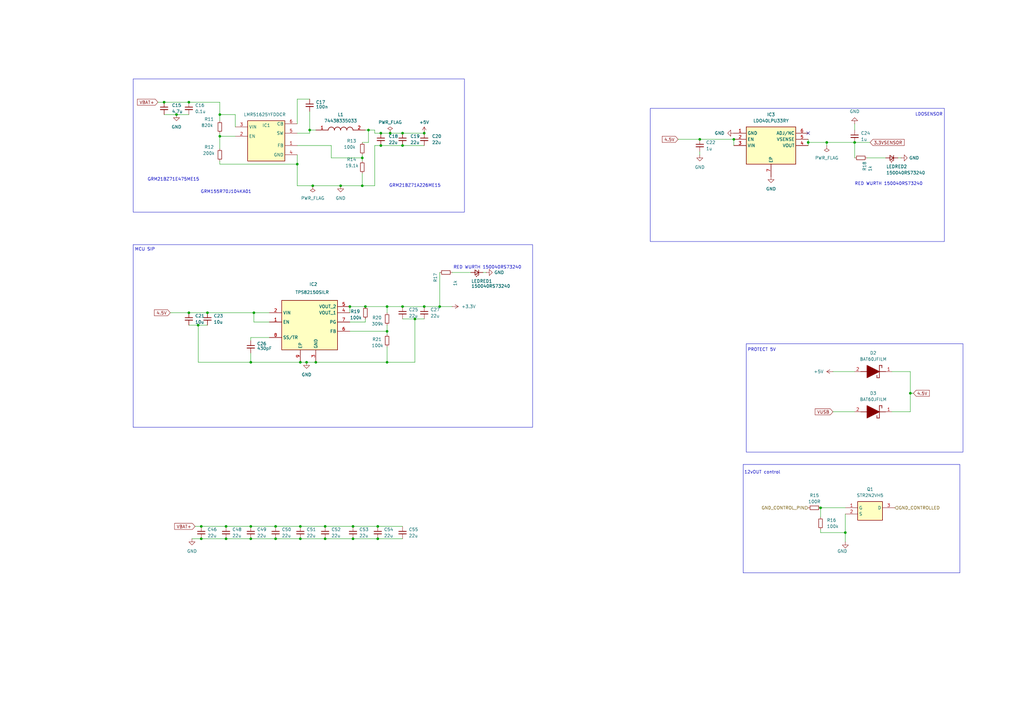
<source format=kicad_sch>
(kicad_sch (version 20250114) (generator "eeschema") (generator_version "9.0")
  (paper "A3")
  (lib_symbols
    (symbol "Device:C_Small" (pin_numbers (hide yes)) (pin_names (offset 0.254) (hide yes))
      (property "Reference" "C" (at 0.254 1.778 0))
      (property "Value" "C_Small" (at 0.254 -2.032 0))
      (symbol "C_Small_0_1"
        (polyline (pts (xy -1.524 0.508) (xy 1.524 0.508)) (stroke (width 0.3048)))
        (polyline (pts (xy -1.524 -0.508) (xy 1.524 -0.508)) (stroke (width 0.3302)))
      )
      (symbol "C_Small_1_1"
        (pin passive line (at 0 2.54 270) (length 2.032) (name "~") (number "1"))
        (pin passive line (at 0 -2.54 90) (length 2.032) (name "~") (number "2"))
      )
    )
    (symbol "Device:R_Small" (pin_numbers (hide yes)) (pin_names (offset 0.254) (hide yes))
      (property "Reference" "R" (at 0.762 0.508 0))
      (property "Value" "R_Small" (at 0.762 -1.016 0))
      (symbol "R_Small_0_1"
        (rectangle (start -0.762 1.778) (end 0.762 -1.778) (stroke (width 0.2032)))
      )
      (symbol "R_Small_1_1"
        (pin passive line (at 0 2.54 270) (length 0.762) (name "~") (number "1"))
        (pin passive line (at 0 -2.54 90) (length 0.762) (name "~") (number "2"))
      )
    )
    (symbol "LED_Small_2" (pin_numbers (hide yes)) (pin_names (offset 0.254) (hide yes))
      (property "Reference" "D" (at -1.27 3.175 0))
      (property "Value" "LED_Small" (at -4.445 -2.54 0))
      (symbol "LED_Small_2_0_1"
        (polyline (pts (xy -0.762 -1.016) (xy -0.762 1.016)) (stroke (width 0.254)))
        (polyline (pts (xy 0 0.762) (xy -0.508 1.27) (xy -0.254 1.27) (xy -0.508 1.27) (xy -0.508 1.016)))
        (polyline (pts (xy 0.508 1.27) (xy 0 1.778) (xy 0.254 1.778) (xy 0 1.778) (xy 0 1.524)))
        (polyline (pts (xy 0.762 -1.016) (xy -0.762 0) (xy 0.762 1.016) (xy 0.762 -1.016)) (stroke (width 0.254)))
        (polyline (pts (xy 1.016 0) (xy -0.762 0)))
      )
      (symbol "LED_Small_2_1_1"
        (pin passive line (at -2.54 0 0) (length 1.778) (name "K") (number "1"))
        (pin passive line (at 2.54 0 180) (length 1.778) (name "A") (number "2"))
      )
    )
    (symbol "LED_Small_3" (pin_numbers (hide yes)) (pin_names (offset 0.254) (hide yes))
      (property "Reference" "D" (at -1.27 3.175 0))
      (property "Value" "LED_Small" (at -4.445 -2.54 0))
      (symbol "LED_Small_3_0_1"
        (polyline (pts (xy -0.762 -1.016) (xy -0.762 1.016)) (stroke (width 0.254)))
        (polyline (pts (xy 0 0.762) (xy -0.508 1.27) (xy -0.254 1.27) (xy -0.508 1.27) (xy -0.508 1.016)))
        (polyline (pts (xy 0.508 1.27) (xy 0 1.778) (xy 0.254 1.778) (xy 0 1.778) (xy 0 1.524)))
        (polyline (pts (xy 0.762 -1.016) (xy -0.762 0) (xy 0.762 1.016) (xy 0.762 -1.016)) (stroke (width 0.254)))
        (polyline (pts (xy 1.016 0) (xy -0.762 0)))
      )
      (symbol "LED_Small_3_1_1"
        (pin passive line (at -2.54 0 0) (length 1.778) (name "K") (number "1"))
        (pin passive line (at 2.54 0 180) (length 1.778) (name "A") (number "2"))
      )
    )
    (symbol "ldo40puryy:LDO40LPU33RY"
      (property "Reference" "IC" (at 26.67 7.62 0))
      (property "Value" "LDO40LPU33RY" (at 26.67 5.08 0))
      (symbol "LDO40LPU33RY_1_1"
        (rectangle (start 5.08 2.54) (end 25.4 -12.7) (stroke (width 0.254)) (fill (type background)))
        (pin passive line (at 0 0 0) (length 5.08) (name "GND") (number "1"))
        (pin passive line (at 0 -2.54 0) (length 5.08) (name "EN") (number "2"))
        (pin passive line (at 0 -5.08 0) (length 5.08) (name "VIN") (number "3"))
        (pin passive line (at 15.24 -17.78 90) (length 5.08) (name "EP") (number "7"))
        (pin passive line (at 30.48 0 180) (length 5.08) (name "ADJ/NC") (number "6"))
        (pin passive line (at 30.48 -2.54 180) (length 5.08) (name "VSENSE") (number "5"))
        (pin passive line (at 30.48 -5.08 180) (length 5.08) (name "VOUT") (number "4"))
      )
    )
    (symbol "power:+3.3V" (power) (pin_numbers (hide yes)) (pin_names (offset 0) (hide yes))
      (property "Value" "+3.3V" (at 0 3.556 0))
      (symbol "+3.3V_0_1"
        (polyline (pts (xy -0.762 1.27) (xy 0 2.54)))
        (polyline (pts (xy 0 2.54) (xy 0.762 1.27)))
        (polyline (pts (xy 0 0) (xy 0 2.54)))
      )
      (symbol "+3.3V_1_1"
        (pin power_in line (at 0 0 90) (length 0) (name "~") (number "1"))
      )
    )
    (symbol "power:+5V" (power) (pin_numbers (hide yes)) (pin_names (offset 0) (hide yes))
      (property "Value" "+5V" (at 0 3.556 0))
      (symbol "+5V_0_1"
        (polyline (pts (xy -0.762 1.27) (xy 0 2.54)))
        (polyline (pts (xy 0 2.54) (xy 0.762 1.27)))
        (polyline (pts (xy 0 0) (xy 0 2.54)))
      )
      (symbol "+5V_1_1"
        (pin power_in line (at 0 0 90) (length 0) (name "~") (number "1"))
      )
    )
    (symbol "power:GND" (power) (pin_numbers (hide yes)) (pin_names (offset 0) (hide yes))
      (property "Value" "GND" (at 0 -3.81 0))
      (symbol "GND_0_1"
        (polyline (pts (xy 0 0) (xy 0 -1.27) (xy 1.27 -1.27) (xy 0 -2.54) (xy -1.27 -1.27) (xy 0 -1.27)))
      )
      (symbol "GND_1_1"
        (pin power_in line (at 0 0 270) (length 0) (name "~") (number "1"))
      )
    )
    (symbol "power:PWR_FLAG" (power) (pin_numbers (hide yes)) (pin_names (offset 0) (hide yes))
      (property "Value" "PWR_FLAG" (at 0 3.81 0))
      (symbol "PWR_FLAG_0_0"
        (pin power_out line (at 0 0 90) (length 0) (name "~") (number "1"))
      )
      (symbol "PWR_FLAG_0_1"
        (polyline (pts (xy 0 0) (xy 0 1.27) (xy -1.016 1.905) (xy 0 2.54) (xy 1.016 1.905) (xy 0 1.27)))
      )
    )
    (symbol "samacsys:74438335033" (pin_names (hide yes))
      (property "Reference" "L" (at 16.51 6.35 0))
      (property "Value" "74438335033" (at 16.51 3.81 0))
      (symbol "74438335033_1_1"
        (arc (start 5.08 0) (mid 6.35 1.219) (end 7.62 0) (stroke (width 0.254)))
        (arc (start 7.62 0) (mid 8.89 1.219) (end 10.16 0) (stroke (width 0.254)))
        (arc (start 10.16 0) (mid 11.43 1.219) (end 12.7 0) (stroke (width 0.254)))
        (arc (start 12.7 0) (mid 13.97 1.219) (end 15.24 0) (stroke (width 0.254)))
        (pin passive line (at 0 0 0) (length 5.08) (name "1") (number "1"))
        (pin passive line (at 20.32 0 180) (length 5.08) (name "2") (number "2"))
      )
    )
    (symbol "samacsys:BAT60JFILM" (pin_names (hide yes))
      (property "Reference" "D" (at 12.7 8.89 0))
      (property "Value" "BAT60JFILM" (at 12.7 6.35 0))
      (symbol "BAT60JFILM_1_1"
        (polyline (pts (xy 5.08 0) (xy 7.62 0)) (stroke (width 0.254)))
        (polyline (pts (xy 6.604 -1.524) (xy 6.604 -2.54)) (stroke (width 0.254)))
        (polyline (pts (xy 7.62 2.54) (xy 7.62 -2.54)) (stroke (width 0.254)))
        (polyline (pts (xy 7.62 2.54) (xy 8.636 2.54)) (stroke (width 0.254)))
        (polyline (pts (xy 7.62 0) (xy 12.7 2.54) (xy 12.7 -2.54) (xy 7.62 0)) (stroke (width 0.254)) (fill (type outline)))
        (polyline (pts (xy 7.62 -2.54) (xy 6.604 -2.54)) (stroke (width 0.254)))
        (polyline (pts (xy 8.636 1.524) (xy 8.636 2.54)) (stroke (width 0.254)))
        (polyline (pts (xy 12.7 0) (xy 15.24 0)) (stroke (width 0.254)))
        (pin passive line (at 2.54 0 0) (length 2.54) (name "K") (number "1"))
        (pin passive line (at 17.78 0 180) (length 2.54) (name "A") (number "2"))
      )
    )
    (symbol "samacsys:LMR51625YFDDCR"
      (property "Reference" "IC" (at 11.43 15.24 0))
      (property "Value" "LMR51625YFDDCR" (at 5.08 12.7 0))
      (symbol "LMR51625YFDDCR_1_1"
        (rectangle (start 5.08 8.89) (end 20.32 -7.62) (stroke (width 0.254)) (fill (type background)))
        (pin passive line (at 0 6.35 0) (length 5.08) (name "VIN") (number "3"))
        (pin passive line (at 0 2.54 0) (length 5.08) (name "EN") (number "2"))
        (pin passive line (at 25.4 7.62 180) (length 5.08) (name "CB") (number "6"))
        (pin passive line (at 25.4 3.81 180) (length 5.08) (name "SW") (number "5"))
        (pin passive line (at 25.4 -1.27 180) (length 5.08) (name "FB") (number "1"))
        (pin passive line (at 25.4 -5.08 180) (length 5.08) (name "GND") (number "4"))
      )
    )
    (symbol "samacsys:STR2N2VH5"
      (property "Reference" "Q" (at 16.51 7.62 0))
      (property "Value" "STR2N2VH5" (at 16.51 5.08 0))
      (symbol "STR2N2VH5_1_1"
        (rectangle (start 5.08 2.54) (end 15.24 -5.08) (stroke (width 0.254)) (fill (type background)))
        (pin passive line (at 0 0 0) (length 5.08) (name "G") (number "1"))
        (pin passive line (at 0 -2.54 0) (length 5.08) (name "S") (number "2"))
        (pin passive line (at 20.32 0 180) (length 5.08) (name "D") (number "3"))
      )
    )
    (symbol "samacsys:TPS82150SILR"
      (property "Reference" "IC" (at 29.21 7.62 0))
      (property "Value" "TPS82150SILR" (at 29.21 5.08 0))
      (symbol "TPS82150SILR_1_1"
        (rectangle (start 3.81 5.08) (end 26.67 -15.24) (stroke (width 0.254)) (fill (type background)))
        (pin passive line (at -1.27 0 0) (length 5.08) (name "VIN") (number "2"))
        (pin passive line (at -1.27 -3.81 0) (length 5.08) (name "EN") (number "1"))
        (pin passive line (at -1.27 -10.16 0) (length 5.08) (name "SS/TR") (number "8"))
        (pin passive line (at 11.43 -20.32 90) (length 5.08) (name "EP") (number "9"))
        (pin passive line (at 17.78 -20.32 90) (length 5.08) (name "GND") (number "3"))
        (pin passive line (at 31.75 2.54 180) (length 5.08) (name "VOUT_2") (number "5"))
        (pin passive line (at 31.75 0 180) (length 5.08) (name "VOUT_1") (number "4"))
        (pin passive line (at 31.75 -3.81 180) (length 5.08) (name "PG") (number "7"))
        (pin passive line (at 31.75 -7.62 180) (length 5.08) (name "FB") (number "6"))
      )
    )
  )
  (rectangle (start 54.61 32.385) (end 190.5 86.995))
  (rectangle (start 306.07 140.97) (end 394.97 185.42))
  (rectangle (start 304.8 190.5) (end 393.7 234.95))
  (rectangle (start 54.61 100.33) (end 218.44 175.26))
  (rectangle (start 266.7 44.45) (end 387.35 99.06))
  (text "GRM21BZ71E475ME15\n" (at 71.12 73.66 0) (effects (font (size 1.27 1.27))))
  (text "GRM21BZ71A226ME15" (at 170.18 76.2 0) (effects (font (size 1.27 1.27))))
  (text "RED WURTH 150040RS73240" (at 199.898 109.728 0) (effects (font (size 1.27 1.27))))
  (text "LDOSENSOR" (at 381 46.99 0) (effects (font (size 1.27 1.27))))
  (text "RED WURTH 150040RS73240" (at 364.49 75.438 0) (effects (font (size 1.27 1.27))))
  (text "MCU SIP\n" (at 59.436 102.362 0) (effects (font (size 1.27 1.27))))
  (text "PROTECT 5V" (at 312.42 143.51 0) (effects (font (size 1.27 1.27))))
  (text "GRM155R70J104KA01\n" (at 92.71 78.74 0) (effects (font (size 1.27 1.27))))
  (text "12vOUT control" (at 312.674 193.04 0) (effects (font (size 1.27 1.27)) (justify top)))
  (junction (at 158.75 125.73))
  (junction (at 287.02 57.15))
  (junction (at 104.14 128.27))
  (junction (at 77.47 128.27))
  (junction (at 85.09 128.27))
  (junction (at 173.99 54.61))
  (junction (at 90.17 55.88))
  (junction (at 331.47 58.42))
  (junction (at 92.71 220.98))
  (junction (at 300.99 57.15))
  (junction (at 102.87 148.59))
  (junction (at 180.34 125.73))
  (junction (at 148.59 76.2))
  (junction (at 121.92 67.31))
  (junction (at 139.7 76.2))
  (junction (at 170.18 130.81))
  (junction (at 158.75 135.89))
  (junction (at 151.13 53.34))
  (junction (at 154.94 220.98))
  (junction (at 123.19 148.59))
  (junction (at 336.55 208.28))
  (junction (at 165.1 59.69))
  (junction (at 67.31 41.91))
  (junction (at 129.54 148.59))
  (junction (at 158.75 148.59))
  (junction (at 154.94 215.9))
  (junction (at 125.73 148.59))
  (junction (at 90.17 46.99))
  (junction (at 143.51 125.73))
  (junction (at 102.87 220.98))
  (junction (at 148.59 64.77))
  (junction (at 350.52 58.42))
  (junction (at 165.1 125.73))
  (junction (at 123.19 215.9))
  (junction (at 144.78 215.9))
  (junction (at 102.87 215.9))
  (junction (at 156.21 54.61))
  (junction (at 373.38 161.29))
  (junction (at 156.21 59.69))
  (junction (at 346.71 218.44))
  (junction (at 133.35 215.9))
  (junction (at 160.02 54.61))
  (junction (at 82.55 220.98))
  (junction (at 92.71 215.9))
  (junction (at 82.55 215.9))
  (junction (at 123.19 220.98))
  (junction (at 128.27 76.2))
  (junction (at 72.39 46.99))
  (junction (at 144.78 220.98))
  (junction (at 113.03 215.9))
  (junction (at 149.86 125.73))
  (junction (at 81.28 133.35))
  (junction (at 113.03 220.98))
  (junction (at 133.35 220.98))
  (junction (at 339.09 58.42))
  (junction (at 165.1 54.61))
  (junction (at 77.47 41.91))
  (junction (at 127 53.34))
  (junction (at 173.99 125.73))
  (no_connect (at 331.47 54.61))
  (wire (pts (xy 144.78 220.98) (xy 154.94 220.98)))
  (wire (pts (xy 341.63 168.91) (xy 350.52 168.91)))
  (wire (pts (xy 287.02 57.15) (xy 300.99 57.15)))
  (wire (pts (xy 90.17 55.88) (xy 96.52 55.88)))
  (wire (pts (xy 128.27 76.2) (xy 121.92 76.2)))
  (wire (pts (xy 96.52 46.99) (xy 96.52 52.07)))
  (wire (pts (xy 67.31 46.99) (xy 72.39 46.99)))
  (wire (pts (xy 149.86 125.73) (xy 158.75 125.73)))
  (wire (pts (xy 148.59 76.2) (xy 153.67 76.2)))
  (wire (pts (xy 373.38 168.91) (xy 373.38 161.29)))
  (wire (pts (xy 151.13 58.42) (xy 151.13 53.34)))
  (wire (pts (xy 158.75 148.59) (xy 158.75 142.24)))
  (wire (pts (xy 355.6 64.77) (xy 363.22 64.77)))
  (wire (pts (xy 158.75 135.89) (xy 158.75 137.16)))
  (wire (pts (xy 170.18 130.81) (xy 165.1 130.81)))
  (wire (pts (xy 90.17 67.31) (xy 90.17 66.04)))
  (wire (pts (xy 368.3 64.77) (xy 369.57 64.77)))
  (wire (pts (xy 151.13 53.34) (xy 153.67 53.34)))
  (wire (pts (xy 110.49 132.08) (xy 104.14 132.08)))
  (wire (pts (xy 148.59 64.77) (xy 148.59 66.04)))
  (wire (pts (xy 331.47 58.42) (xy 331.47 59.69)))
  (wire (pts (xy 346.71 208.28) (xy 336.55 208.28)))
  (wire (pts (xy 82.55 215.9) (xy 92.71 215.9)))
  (wire (pts (xy 365.76 168.91) (xy 373.38 168.91)))
  (wire (pts (xy 77.47 133.35) (xy 81.28 133.35)))
  (wire (pts (xy 173.99 59.69) (xy 165.1 59.69)))
  (wire (pts (xy 81.28 148.59) (xy 102.87 148.59)))
  (wire (pts (xy 90.17 67.31) (xy 121.92 67.31)))
  (wire (pts (xy 153.67 53.34) (xy 153.67 54.61)))
  (wire (pts (xy 346.71 210.82) (xy 346.71 218.44)))
  (wire (pts (xy 77.47 41.91) (xy 90.17 41.91)))
  (wire (pts (xy 350.52 58.42) (xy 350.52 64.77)))
  (wire (pts (xy 336.55 208.28) (xy 336.55 212.09)))
  (wire (pts (xy 139.7 76.2) (xy 148.59 76.2)))
  (wire (pts (xy 69.85 128.27) (xy 77.47 128.27)))
  (wire (pts (xy 121.92 63.5) (xy 121.92 67.31)))
  (wire (pts (xy 135.89 64.77) (xy 148.59 64.77)))
  (wire (pts (xy 90.17 46.99) (xy 96.52 46.99)))
  (wire (pts (xy 92.71 215.9) (xy 102.87 215.9)))
  (wire (pts (xy 154.94 220.98) (xy 165.1 220.98)))
  (wire (pts (xy 149.86 132.08) (xy 149.86 130.81)))
  (wire (pts (xy 158.75 125.73) (xy 165.1 125.73)))
  (wire (pts (xy 104.14 128.27) (xy 110.49 128.27)))
  (wire (pts (xy 341.63 152.4) (xy 350.52 152.4)))
  (wire (pts (xy 123.19 220.98) (xy 133.35 220.98)))
  (wire (pts (xy 180.34 125.73) (xy 185.42 125.73)))
  (wire (pts (xy 165.1 125.73) (xy 173.99 125.73)))
  (wire (pts (xy 81.28 133.35) (xy 85.09 133.35)))
  (wire (pts (xy 90.17 41.91) (xy 90.17 46.99)))
  (wire (pts (xy 374.65 161.29) (xy 373.38 161.29)))
  (wire (pts (xy 158.75 135.89) (xy 158.75 133.35)))
  (wire (pts (xy 127 53.34) (xy 129.54 53.34)))
  (wire (pts (xy 90.17 55.88) (xy 90.17 60.96)))
  (wire (pts (xy 336.55 218.44) (xy 336.55 217.17)))
  (wire (pts (xy 123.19 215.9) (xy 133.35 215.9)))
  (wire (pts (xy 125.73 148.59) (xy 129.54 148.59)))
  (wire (pts (xy 129.54 148.59) (xy 158.75 148.59)))
  (wire (pts (xy 123.19 148.59) (xy 125.73 148.59)))
  (wire (pts (xy 148.59 58.42) (xy 151.13 58.42)))
  (wire (pts (xy 85.09 128.27) (xy 104.14 128.27)))
  (wire (pts (xy 350.52 58.42) (xy 356.87 58.42)))
  (wire (pts (xy 173.99 125.73) (xy 180.34 125.73)))
  (wire (pts (xy 154.94 215.9) (xy 165.1 215.9)))
  (wire (pts (xy 102.87 220.98) (xy 113.03 220.98)))
  (wire (pts (xy 350.52 53.34) (xy 350.52 50.8)))
  (wire (pts (xy 153.67 54.61) (xy 156.21 54.61)))
  (wire (pts (xy 77.47 128.27) (xy 85.09 128.27)))
  (wire (pts (xy 102.87 144.78) (xy 102.87 148.59)))
  (wire (pts (xy 165.1 54.61) (xy 173.99 54.61)))
  (wire (pts (xy 185.42 111.76) (xy 193.04 111.76)))
  (wire (pts (xy 102.87 138.43) (xy 110.49 138.43)))
  (wire (pts (xy 149.86 53.34) (xy 151.13 53.34)))
  (wire (pts (xy 331.47 58.42) (xy 339.09 58.42)))
  (wire (pts (xy 80.01 215.9) (xy 82.55 215.9)))
  (wire (pts (xy 300.99 57.15) (xy 300.99 59.69)))
  (wire (pts (xy 173.99 130.81) (xy 170.18 130.81)))
  (wire (pts (xy 121.92 59.69) (xy 135.89 59.69)))
  (wire (pts (xy 143.51 132.08) (xy 149.86 132.08)))
  (wire (pts (xy 143.51 125.73) (xy 143.51 128.27)))
  (wire (pts (xy 156.21 59.69) (xy 153.67 59.69)))
  (wire (pts (xy 72.39 46.99) (xy 77.47 46.99)))
  (wire (pts (xy 113.03 215.9) (xy 123.19 215.9)))
  (wire (pts (xy 102.87 215.9) (xy 113.03 215.9)))
  (wire (pts (xy 346.71 222.25) (xy 346.71 218.44)))
  (wire (pts (xy 144.78 215.9) (xy 154.94 215.9)))
  (wire (pts (xy 170.18 148.59) (xy 158.75 148.59)))
  (wire (pts (xy 365.76 152.4) (xy 373.38 152.4)))
  (wire (pts (xy 127 45.72) (xy 127 53.34)))
  (wire (pts (xy 64.77 41.91) (xy 67.31 41.91)))
  (wire (pts (xy 143.51 125.73) (xy 149.86 125.73)))
  (wire (pts (xy 148.59 71.12) (xy 148.59 76.2)))
  (wire (pts (xy 82.55 220.98) (xy 92.71 220.98)))
  (wire (pts (xy 160.02 54.61) (xy 165.1 54.61)))
  (wire (pts (xy 78.74 220.98) (xy 82.55 220.98)))
  (wire (pts (xy 104.14 132.08) (xy 104.14 128.27)))
  (wire (pts (xy 113.03 220.98) (xy 123.19 220.98)))
  (wire (pts (xy 346.71 218.44) (xy 336.55 218.44)))
  (wire (pts (xy 90.17 54.61) (xy 90.17 55.88)))
  (wire (pts (xy 158.75 125.73) (xy 158.75 128.27)))
  (wire (pts (xy 127 54.61) (xy 127 53.34)))
  (wire (pts (xy 278.13 57.15) (xy 287.02 57.15)))
  (wire (pts (xy 121.92 40.64) (xy 121.92 50.8)))
  (wire (pts (xy 67.31 41.91) (xy 77.47 41.91)))
  (wire (pts (xy 148.59 63.5) (xy 148.59 64.77)))
  (wire (pts (xy 339.09 58.42) (xy 339.09 59.69)))
  (wire (pts (xy 373.38 152.4) (xy 373.38 161.29)))
  (wire (pts (xy 156.21 54.61) (xy 160.02 54.61)))
  (wire (pts (xy 102.87 139.7) (xy 102.87 138.43)))
  (wire (pts (xy 287.02 62.23) (xy 287.02 63.5)))
  (wire (pts (xy 81.28 148.59) (xy 81.28 133.35)))
  (wire (pts (xy 180.34 111.76) (xy 180.34 125.73)))
  (wire (pts (xy 139.7 76.2) (xy 128.27 76.2)))
  (wire (pts (xy 121.92 67.31) (xy 121.92 76.2)))
  (wire (pts (xy 133.35 215.9) (xy 144.78 215.9)))
  (wire (pts (xy 143.51 135.89) (xy 158.75 135.89)))
  (wire (pts (xy 102.87 148.59) (xy 123.19 148.59)))
  (wire (pts (xy 92.71 220.98) (xy 102.87 220.98)))
  (wire (pts (xy 133.35 220.98) (xy 144.78 220.98)))
  (wire (pts (xy 331.47 57.15) (xy 331.47 58.42)))
  (wire (pts (xy 121.92 54.61) (xy 127 54.61)))
  (wire (pts (xy 90.17 46.99) (xy 90.17 49.53)))
  (wire (pts (xy 153.67 59.69) (xy 153.67 76.2)))
  (wire (pts (xy 121.92 40.64) (xy 127 40.64)))
  (wire (pts (xy 165.1 59.69) (xy 156.21 59.69)))
  (wire (pts (xy 170.18 130.81) (xy 170.18 148.59)))
  (wire (pts (xy 339.09 58.42) (xy 350.52 58.42)))
  (wire (pts (xy 135.89 59.69) (xy 135.89 64.77)))
  (wire (pts (xy 198.12 111.76) (xy 199.39 111.76)))
  (global_label "VUSB" (shape input) (at 341.63 168.91 180) (property "Intersheetrefs" "${INTERSHEET_REFS}" (effects (hide yes))))
  (global_label "VBAT+" (shape input) (at 80.01 215.9 180) (property "Intersheetrefs" "${INTERSHEET_REFS}" (effects (hide yes))))
  (global_label "VBAT+" (shape input) (at 64.77 41.91 180) (property "Intersheetrefs" "${INTERSHEET_REFS}" (effects (hide yes))))
  (global_label "4.5V" (shape input) (at 69.85 128.27 180) (property "Intersheetrefs" "${INTERSHEET_REFS}" (effects (hide yes))))
  (global_label "3.3VSENSOR" (shape input) (at 356.87 58.42 0) (property "Intersheetrefs" "${INTERSHEET_REFS}" (effects (hide yes))))
  (global_label "4.5V" (shape input) (at 278.13 57.15 180) (property "Intersheetrefs" "${INTERSHEET_REFS}" (effects (hide yes))))
  (global_label "4.5V" (shape input) (at 374.65 161.29 0) (property "Intersheetrefs" "${INTERSHEET_REFS}" (effects (hide yes))))
  (hierarchical_label "GND_CONTROLLED" (shape input) (at 367.03 208.28 0))
  (hierarchical_label "GND_CONTROL_PIN" (shape input) (at 331.47 208.28 180))
  (symbol (lib_id "Device:R_Small") (at 148.59 68.58 0) (unit 1)
    (property "Reference" "R14" (at 142.24 65.405 0) (effects (justify left)))
    (property "Value" "19.1k" (at 141.605 67.945 0) (effects (justify left)))
    (property "Footprint" "samacsys:R_0201_custom" (effects (hide yes)))
    (property "Description" "Resistor, small symbol" (effects (hide yes)))
  )
  (symbol (lib_id "Device:R_Small") (at 336.55 214.63 0) (unit 1)
    (property "Reference" "R16" (at 339.09 213.3599 0) (effects (justify left)))
    (property "Value" "100k" (at 339.09 215.8999 0) (effects (justify left)))
    (property "Footprint" "samacsys:R_0201_custom" (effects (hide yes)))
    (property "Description" "Resistor, small symbol" (effects (hide yes)))
    (property "Manufacturer_Part_Number" "ERJ-1GNF1003C" (effects (hide yes)))
    (property "Mouser Part Number" "667-ERJ-1GNF1003C" (effects (hide yes)))
    (property "Manufacturer_Name" "Panasonic" (effects (hide yes)))
  )
  (symbol (lib_id "Device:R_Small") (at 148.59 60.96 0) (unit 1)
    (property "Reference" "R13" (at 142.24 57.785 0) (effects (justify left)))
    (property "Value" "100k" (at 140.97 60.325 0) (effects (justify left)))
    (property "Footprint" "Resistor_SMD:R_0201_0603Metric" (effects (hide yes)))
    (property "Description" "Resistor, small symbol" (effects (hide yes)))
  )
  (symbol (lib_id "power:GND") (at 350.52 50.8 180) (unit 1)
    (property "Reference" "#PWR032" (effects (hide yes)))
    (property "Value" "GND" (at 350.52 45.72 0))
    (property "Description" "Power symbol creates a global label with name \"GND\" , ground" (effects (hide yes)))
  )
  (symbol (lib_id "Device:C_Small") (at 154.94 218.44 0) (unit 1)
    (property "Reference" "C54" (at 157.48 217.1762 0) (effects (justify left)))
    (property "Value" "22u" (at 157.48 219.7162 0) (effects (justify left)))
    (property "Footprint" "Capacitor_SMD:C_0805_2012Metric" (effects (hide yes)))
    (property "Description" "Unpolarized capacitor, small symbol" (effects (hide yes)))
  )
  (symbol (lib_id "power:GND") (at 125.73 148.59 0) (unit 1)
    (property "Reference" "#PWR022" (effects (hide yes)))
    (property "Value" "GND" (at 125.73 153.67 0))
    (property "Description" "Power symbol creates a global label with name \"GND\" , ground" (effects (hide yes)))
  )
  (symbol (lib_id "Device:R_Small") (at 90.17 52.07 0) (unit 1)
    (property "Reference" "R11" (at 83.82 48.895 0) (effects (justify left)))
    (property "Value" "820k" (at 82.55 51.435 0) (effects (justify left)))
    (property "Footprint" "Resistor_SMD:R_0201_0603Metric" (effects (hide yes)))
    (property "Description" "Resistor, small symbol" (effects (hide yes)))
  )
  (symbol (lib_id "samacsys:BAT60JFILM") (at 368.3 168.91 180) (unit 1)
    (property "Reference" "D3" (at 358.14 161.29 0))
    (property "Value" "BAT60JFILM" (at 358.14 163.83 0))
    (property "Footprint" "samacsys:SOD2513X117N" (effects (hide yes)))
    (property "Datasheet" "https://www.mouser.jp/datasheet/2/389/cd00001944-1795661.pdf" (effects (hide yes)))
    (property "Description" "SMALL SIGNAL SCHOTTKY DIODE" (effects (hide yes)))
    (property "Height" "1.17" (effects (hide yes)))
    (property "Mouser Part Number" "511-BAT60JFILM" (effects (hide yes)))
    (property "Mouser Price/Stock" "https://www.mouser.co.uk/ProductDetail/STMicroelectronics/BAT60JFILM?qs=GnFZssByvVVVnMaukcyLZg%3D%3D" (effects (hide yes)))
    (property "Manufacturer_Name" "STMicroelectronics" (effects (hide yes)))
    (property "Manufacturer_Part_Number" "BAT60JFILM" (effects (hide yes)))
  )
  (symbol (lib_id "Device:R_Small") (at 90.17 63.5 0) (unit 1)
    (property "Reference" "R12" (at 83.82 60.325 0) (effects (justify left)))
    (property "Value" "200k" (at 83.185 62.865 0) (effects (justify left)))
    (property "Footprint" "samacsys:R_0201_custom" (effects (hide yes)))
    (property "Description" "Resistor, small symbol" (effects (hide yes)))
  )
  (symbol (lib_id "Device:C_Small") (at 287.02 59.69 0) (unit 1)
    (property "Reference" "C22" (at 289.56 58.4262 0) (effects (justify left)))
    (property "Value" "1u" (at 289.56 60.9662 0) (effects (justify left)))
    (property "Footprint" "Capacitor_SMD:C_0402_1005Metric" (effects (hide yes)))
    (property "Description" "Unpolarized capacitor, small symbol" (effects (hide yes)))
    (property "Manufacturer_Part_Number" "885012105012 " (effects (hide yes)))
    (property "Mouser Part Number" "710-885012105012 " (effects (hide yes)))
    (property "Manufacturer_Name" "Wurth Elektronik" (effects (hide yes)))
  )
  (symbol (lib_id "Device:C_Small") (at 77.47 130.81 0) (unit 1)
    (property "Reference" "C21" (at 80.01 129.5462 0) (effects (justify left)))
    (property "Value" "10u" (at 80.01 132.0862 0) (effects (justify left)))
    (property "Footprint" "Capacitor_SMD:C_0603_1608Metric" (effects (hide yes)))
    (property "Description" "Unpolarized capacitor, small symbol" (effects (hide yes)))
    (property "Manufacturer_Part_Number" "885012105012 " (effects (hide yes)))
    (property "Mouser Part Number" "710-885012105012 " (effects (hide yes)))
    (property "Manufacturer_Name" "Wurth Elektronik" (effects (hide yes)))
  )
  (symbol (lib_id "power:+3.3V") (at 185.42 125.73 270) (unit 1)
    (property "Reference" "#PWR031" (effects (hide yes)))
    (property "Value" "+3.3V" (at 189.23 125.7299 90) (effects (justify left)))
    (property "Description" "Power symbol creates a global label with name \"+3.3V\"" (effects (hide yes)))
  )
  (symbol (lib_id "Device:C_Small") (at 102.87 218.44 0) (unit 1)
    (property "Reference" "C49" (at 105.41 217.1762 0) (effects (justify left)))
    (property "Value" "22u" (at 105.41 219.7162 0) (effects (justify left)))
    (property "Footprint" "Capacitor_SMD:C_0805_2012Metric" (effects (hide yes)))
    (property "Description" "Unpolarized capacitor, small symbol" (effects (hide yes)))
  )
  (symbol (lib_id "power:GND") (at 300.99 54.61 270) (unit 1)
    (property "Reference" "#PWR026" (effects (hide yes)))
    (property "Value" "GND" (at 297.18 54.6099 90) (effects (justify right)))
    (property "Description" "Power symbol creates a global label with name \"GND\" , ground" (effects (hide yes)))
  )
  (symbol (lib_id "power:GND") (at 199.39 111.76 90) (unit 1)
    (property "Reference" "#PWR033" (effects (hide yes)))
    (property "Value" "GND" (at 202.692 111.7599 90) (effects (justify right)))
    (property "Description" "Power symbol creates a global label with name \"GND\" , ground" (effects (hide yes)))
  )
  (symbol (lib_id "Device:R_Small") (at 353.06 64.77 90) (unit 1)
    (property "Reference" "R18" (at 354.584 70.104 0) (effects (justify left)))
    (property "Value" "1k" (at 356.87 70.358 0) (effects (justify left)))
    (property "Footprint" "samacsys:R_0201_custom" (effects (hide yes)))
    (property "Description" "Resistor, small symbol" (effects (hide yes)))
    (property "Manufacturer_Part_Number" "ERJ-1GNF1001C" (effects (hide yes)))
    (property "Mouser Part Number" " 667-ERJ-1GNF1001C" (effects (hide yes)))
    (property "Manufacturer_Name" "Panasonic" (effects (hide yes)))
  )
  (symbol (lib_id "ldo40puryy:LDO40LPU33RY") (at 300.99 54.61 0) (unit 1)
    (property "Reference" "IC3" (at 316.23 46.99 0))
    (property "Value" "LDO40LPU33RY" (at 316.23 49.53 0))
    (property "Footprint" "samacsys:SON95P300X300X90-7N-D" (effects (hide yes)))
    (property "Datasheet" "https://www.st.com/resource/en/datasheet/ldo40l.pdf" (effects (hide yes)))
    (property "Description" "LDO Voltage Regulators POWER MANAGEMENT" (effects (hide yes)))
    (property "Height" "0.9" (effects (hide yes)))
    (property "Manufacturer_Name" "STMicroelectronics" (effects (hide yes)))
    (property "Manufacturer_Part_Number" "LDO40LPU33RY" (effects (hide yes)))
    (property "Mouser Part Number" "511-LDO40LPU33RY" (effects (hide yes)))
    (property "Mouser Price/Stock" "https://www.mouser.co.uk/ProductDetail/STMicroelectronics/LDO40LPU33RY?qs=qSfuJ%252Bfl%2Fd5qazWclm%2Ffpg%3D%3D" (effects (hide yes)))
    (property "Arrow Part Number" "LDO40LPU33RY" (effects (hide yes)))
    (property "Arrow Price/Stock" "https://www.arrow.com/en/products/ldo40lpu33ry/stmicroelectronics?utm_currency=USD&region=europe" (effects (hide yes)))
  )
  (symbol (lib_id "Device:C_Small") (at 144.78 218.44 0) (unit 1)
    (property "Reference" "C53" (at 147.32 217.1762 0) (effects (justify left)))
    (property "Value" "22u" (at 147.32 219.7162 0) (effects (justify left)))
    (property "Footprint" "Capacitor_SMD:C_0805_2012Metric" (effects (hide yes)))
    (property "Description" "Unpolarized capacitor, small symbol" (effects (hide yes)))
  )
  (symbol (lib_id "Device:R_Small") (at 334.01 208.28 90) (unit 1)
    (property "Reference" "R15" (at 334.01 203.2 90))
    (property "Value" "100R" (at 334.01 205.74 90))
    (property "Footprint" "Resistor_SMD:R_0201_0603Metric" (effects (hide yes)))
    (property "Description" "Resistor, small symbol" (effects (hide yes)))
    (property "Manufacturer_Part_Number" "ERJ-1GNF1000C" (effects (hide yes)))
    (property "Manufacturer_Name" "Panasonic" (effects (hide yes)))
    (property "Mouser Part Number" "667-ERJ-1GNF1000C" (effects (hide yes)))
  )
  (symbol (lib_id "Device:C_Small") (at 123.19 218.44 0) (unit 1)
    (property "Reference" "C51" (at 125.73 217.1762 0) (effects (justify left)))
    (property "Value" "22u" (at 125.73 219.7162 0) (effects (justify left)))
    (property "Footprint" "Capacitor_SMD:C_0805_2012Metric" (effects (hide yes)))
    (property "Description" "Unpolarized capacitor, small symbol" (effects (hide yes)))
  )
  (symbol (lib_id "power:GND") (at 369.57 64.77 90) (unit 1)
    (property "Reference" "#PWR034" (effects (hide yes)))
    (property "Value" "GND" (at 372.872 64.7699 90) (effects (justify right)))
    (property "Description" "Power symbol creates a global label with name \"GND\" , ground" (effects (hide yes)))
  )
  (symbol (lib_id "Device:C_Small") (at 77.47 44.45 0) (unit 1)
    (property "Reference" "C16" (at 80.01 43.1862 0) (effects (justify left)))
    (property "Value" "0.1u" (at 80.01 45.7262 0) (effects (justify left)))
    (property "Footprint" "Capacitor_SMD:C_0402_1005Metric" (effects (hide yes)))
    (property "Description" "Unpolarized capacitor, small symbol" (effects (hide yes)))
  )
  (symbol (lib_id "Device:C_Small") (at 156.21 57.15 0) (unit 1)
    (property "Reference" "C18" (at 159.385 55.8862 0) (effects (justify left)))
    (property "Value" "22u" (at 159.385 58.4262 0) (effects (justify left)))
    (property "Footprint" "Capacitor_SMD:C_0805_2012Metric" (effects (hide yes)))
    (property "Description" "Unpolarized capacitor, small symbol" (effects (hide yes)))
  )
  (symbol (lib_id "Device:R_Small") (at 182.88 111.76 90) (unit 1)
    (property "Reference" "R17" (at 178.562 115.824 0) (effects (justify left)))
    (property "Value" "1k" (at 186.69 117.348 0) (effects (justify left)))
    (property "Footprint" "Resistor_SMD:R_0201_0603Metric" (effects (hide yes)))
    (property "Description" "Resistor, small symbol" (effects (hide yes)))
    (property "Manufacturer_Part_Number" "ERJ-1GNF1001C" (effects (hide yes)))
    (property "Mouser Part Number" " 667-ERJ-1GNF1001C" (effects (hide yes)))
    (property "Manufacturer_Name" "Panasonic" (effects (hide yes)))
  )
  (symbol (lib_id "Device:C_Small") (at 113.03 218.44 0) (unit 1)
    (property "Reference" "C50" (at 115.57 217.1762 0) (effects (justify left)))
    (property "Value" "22u" (at 115.57 219.7162 0) (effects (justify left)))
    (property "Footprint" "Capacitor_SMD:C_0805_2012Metric" (effects (hide yes)))
    (property "Description" "Unpolarized capacitor, small symbol" (effects (hide yes)))
  )
  (symbol (lib_id "Device:R_Small") (at 158.75 139.7 0) (unit 1)
    (property "Reference" "R21" (at 152.654 139.192 0) (effects (justify left)))
    (property "Value" "100k" (at 152.4 141.732 0) (effects (justify left)))
    (property "Footprint" "Resistor_SMD:R_0201_0603Metric" (effects (hide yes)))
    (property "Description" "Resistor, small symbol" (effects (hide yes)))
  )
  (symbol (lib_id "Device:C_Small") (at 165.1 57.15 0) (unit 1)
    (property "Reference" "C19" (at 168.275 55.8862 0) (effects (justify left)))
    (property "Value" "22u" (at 168.275 58.4262 0) (effects (justify left)))
    (property "Footprint" "Capacitor_SMD:C_0805_2012Metric" (effects (hide yes)))
    (property "Description" "Unpolarized capacitor, small symbol" (effects (hide yes)))
  )
  (symbol (lib_id "power:PWR_FLAG") (at 160.02 54.61 0) (unit 1)
    (property "Reference" "#FLG03" (effects (hide yes)))
    (property "Value" "PWR_FLAG" (at 160.02 50.165 0))
    (property "Description" "Special symbol for telling ERC where power comes from" (effects (hide yes)))
  )
  (symbol (lib_id "Device:C_Small") (at 102.87 142.24 0) (unit 1)
    (property "Reference" "C26" (at 105.41 140.9762 0) (effects (justify left)))
    (property "Value" "430pF" (at 105.41 142.875 0) (effects (justify left)))
    (property "Footprint" "Capacitor_SMD:C_0201_0603Metric" (effects (hide yes)))
    (property "Description" "Unpolarized capacitor, small symbol" (effects (hide yes)))
  )
  (symbol (lib_id "Device:C_Small") (at 173.99 57.15 0) (unit 1)
    (property "Reference" "C20" (at 177.165 55.8862 0) (effects (justify left)))
    (property "Value" "22u" (at 177.165 58.4262 0) (effects (justify left)))
    (property "Footprint" "Capacitor_SMD:C_0805_2012Metric" (effects (hide yes)))
    (property "Description" "Unpolarized capacitor, small symbol" (effects (hide yes)))
  )
  (symbol (lib_id "power:GND") (at 346.71 222.25 0) (unit 1)
    (property "Reference" "#PWR029" (effects (hide yes)))
    (property "Value" "GND" (at 345.44 226.06 0))
    (property "Description" "Power symbol creates a global label with name \"GND\" , ground" (effects (hide yes)))
  )
  (symbol (lib_id "samacsys:STR2N2VH5") (at 346.71 208.28 0) (unit 1)
    (property "Reference" "Q1" (at 356.87 200.66 0))
    (property "Value" "STR2N2VH5" (at 356.87 203.2 0))
    (property "Footprint" "samacsys:SOT95P255X140-3N" (effects (hide yes)))
    (property "Datasheet" "http://www.st.com/web/en/resource/technical/document/datasheet/DM00068028.pdf" (effects (hide yes)))
    (property "Description" "STMICROELECTRONICS - STR2N2VH5 - Power MOSFET, N Channel, 20 V, 2.3 A, 0.025 ohm, SOT-23, Surface Mount" (effects (hide yes)))
    (property "Height" "1.4" (effects (hide yes)))
    (property "Manufacturer_Name" "STMicroelectronics" (effects (hide yes)))
    (property "Manufacturer_Part_Number" "STR2N2VH5" (effects (hide yes)))
    (property "Mouser Part Number" "511-STR2N2VH5" (effects (hide yes)))
    (property "Mouser Price/Stock" "https://www.mouser.co.uk/ProductDetail/STMicroelectronics/STR2N2VH5?qs=DqCdCwOw4%2F7ywJ4pldZRmw%3D%3D" (effects (hide yes)))
    (property "Arrow Part Number" "STR2N2VH5" (effects (hide yes)))
    (property "Arrow Price/Stock" "https://www.arrow.com/en/products/str2n2vh5/stmicroelectronics?region=europe" (effects (hide yes)))
  )
  (symbol (lib_id "samacsys:LMR51625YFDDCR") (at 96.52 58.42 0) (unit 1)
    (property "Reference" "IC1" (at 109.22 51.435 0))
    (property "Value" "LMR51625YFDDCR" (at 108.585 46.99 0))
    (property "Footprint" "samacsys:SOT95P280X110-6N" (effects (hide yes)))
    (property "Datasheet" "https://www.mouser.kr/ProductDetail/Texas-Instruments/LMR51625YFDDCR?qs=efUn273yAhe0Di9PgWnVVg%3D%3D" (effects (hide yes)))
    (property "Description" "Functional Safety-Capable  Documentation available to aid functional safety system design  Configured for rugged industrial applications:  4.3V to 60V input voltage range  2.5A or 3.5A continuous output current  Low operating quiescent current of 29uA  70ns minimum switching on time  400kHz amd 1.1MHz switching frequency  Frequency spread spectrum (PFM variant)  40C to 150C junction temperature range  96% maximum duty cycle  Monotonic start-up with prebiased output  Short-circu" (effects (hide yes)))
    (property "Height" "1.1" (effects (hide yes)))
    (property "Manufacturer_Name" "Texas Instruments" (effects (hide yes)))
    (property "Manufacturer_Part_Number" "LMR51625YFDDCR" (effects (hide yes)))
    (property "Mouser Part Number" "595-LMR51625YFDDCR" (effects (hide yes)))
    (property "Mouser Price/Stock" "https://www.mouser.co.uk/ProductDetail/Texas-Instruments/LMR51625YFDDCR?qs=efUn273yAhe0Di9PgWnVVg%3D%3D" (effects (hide yes)))
    (property "Arrow Part Number" "LMR51625YFDDCR" (effects (hide yes)))
    (property "Arrow Price/Stock" "https://www.arrow.com/en/products/lmr51625yfddcr/texas-instruments?utm_currency=USD&region=nac" (effects (hide yes)))
  )
  (symbol (lib_id "power:+5V") (at 173.99 54.61 0) (unit 1)
    (property "Reference" "#PWR021" (effects (hide yes)))
    (property "Value" "+5V" (at 173.99 50.165 0))
    (property "Description" "Power symbol creates a global label with name \"+5V\"" (effects (hide yes)))
  )
  (symbol (lib_id "Device:C_Small") (at 92.71 218.44 0) (unit 1)
    (property "Reference" "C48" (at 95.25 217.1762 0) (effects (justify left)))
    (property "Value" "22u" (at 95.25 219.7162 0) (effects (justify left)))
    (property "Footprint" "Capacitor_SMD:C_0805_2012Metric" (effects (hide yes)))
    (property "Description" "Unpolarized capacitor, small symbol" (effects (hide yes)))
  )
  (symbol (lib_name "LED_Small_3") (lib_id "Device:LED_Small") (at 365.76 64.77 180) (unit 1)
    (property "Reference" "LEDRED2" (at 363.474 68.326 0) (effects (justify right)))
    (property "Value" "150040RS73240" (at 363.474 70.866 0) (effects (justify right)))
    (property "Footprint" "LED_SMD:LED_0402_1005Metric" (effects (hide yes)))
    (property "Description" "Light emitting diode, small symbol" (effects (hide yes)))
    (property "Sim.Pin" "1=K 2=A" (effects (hide yes)))
    (property "Manufacturer_Name" "Wurth Elektronik" (effects (hide yes)))
    (property "Manufacturer_Part_Number" "150040RS73240" (effects (hide yes)))
    (property "Mouser Part Number" "710-150040RS73240" (effects (hide yes)))
  )
  (symbol (lib_id "power:GND") (at 78.74 220.98 0) (unit 1)
    (property "Reference" "#PWR038" (effects (hide yes)))
    (property "Value" "GND" (at 78.74 226.06 0))
    (property "Description" "Power symbol creates a global label with name \"GND\" , ground" (effects (hide yes)))
  )
  (symbol (lib_id "Device:R_Small") (at 158.75 130.81 0) (unit 1)
    (property "Reference" "R20" (at 152.654 130.302 0) (effects (justify left)))
    (property "Value" "309k" (at 152.4 132.842 0) (effects (justify left)))
    (property "Footprint" "Resistor_SMD:R_0201_0603Metric" (effects (hide yes)))
    (property "Description" "Resistor, small symbol" (effects (hide yes)))
  )
  (symbol (lib_id "Device:C_Small") (at 85.09 130.81 0) (unit 1)
    (property "Reference" "C23" (at 87.63 129.5462 0) (effects (justify left)))
    (property "Value" "10u" (at 87.63 132.0862 0) (effects (justify left)))
    (property "Footprint" "Capacitor_SMD:C_0603_1608Metric" (effects (hide yes)))
    (property "Description" "Unpolarized capacitor, small symbol" (effects (hide yes)))
    (property "Manufacturer_Part_Number" "885012105012 " (effects (hide yes)))
    (property "Mouser Part Number" "710-885012105012 " (effects (hide yes)))
    (property "Manufacturer_Name" "Wurth Elektronik" (effects (hide yes)))
  )
  (symbol (lib_id "Device:R_Small") (at 149.86 128.27 0) (unit 1)
    (property "Reference" "R19" (at 143.764 127.762 0) (effects (justify left)))
    (property "Value" "100k" (at 143.51 130.302 0) (effects (justify left)))
    (property "Footprint" "Resistor_SMD:R_0201_0603Metric" (effects (hide yes)))
    (property "Description" "Resistor, small symbol" (effects (hide yes)))
  )
  (symbol (lib_id "power:GND") (at 139.7 76.2 0) (unit 1)
    (property "Reference" "#PWR020" (effects (hide yes)))
    (property "Value" "GND" (at 139.7 81.28 0))
    (property "Description" "Power symbol creates a global label with name \"GND\" , ground" (effects (hide yes)))
  )
  (symbol (lib_id "Device:C_Small") (at 173.99 128.27 0) (unit 1)
    (property "Reference" "C27" (at 176.53 127.0062 0) (effects (justify left)))
    (property "Value" "22u" (at 176.53 129.5462 0) (effects (justify left)))
    (property "Footprint" "Capacitor_SMD:C_0603_1608Metric" (effects (hide yes)))
    (property "Description" "Unpolarized capacitor, small symbol" (effects (hide yes)))
    (property "Manufacturer_Part_Number" "885012105012 " (effects (hide yes)))
    (property "Mouser Part Number" "710-885012105012 " (effects (hide yes)))
    (property "Manufacturer_Name" "Wurth Elektronik" (effects (hide yes)))
  )
  (symbol (lib_id "power:PWR_FLAG") (at 339.09 59.69 180) (unit 1)
    (property "Reference" "#FLG04" (effects (hide yes)))
    (property "Value" "PWR_FLAG" (at 339.09 64.77 0))
    (property "Description" "Special symbol for telling ERC where power comes from" (effects (hide yes)))
  )
  (symbol (lib_id "samacsys:BAT60JFILM") (at 368.3 152.4 180) (unit 1)
    (property "Reference" "D2" (at 358.14 144.78 0))
    (property "Value" "BAT60JFILM" (at 358.14 147.32 0))
    (property "Footprint" "samacsys:SOD2513X117N" (effects (hide yes)))
    (property "Datasheet" "https://www.mouser.jp/datasheet/2/389/cd00001944-1795661.pdf" (effects (hide yes)))
    (property "Description" "SMALL SIGNAL SCHOTTKY DIODE" (effects (hide yes)))
    (property "Height" "1.17" (effects (hide yes)))
    (property "Mouser Part Number" "511-BAT60JFILM" (effects (hide yes)))
    (property "Mouser Price/Stock" "https://www.mouser.co.uk/ProductDetail/STMicroelectronics/BAT60JFILM?qs=GnFZssByvVVVnMaukcyLZg%3D%3D" (effects (hide yes)))
    (property "Manufacturer_Name" "STMicroelectronics" (effects (hide yes)))
    (property "Manufacturer_Part_Number" "BAT60JFILM" (effects (hide yes)))
  )
  (symbol (lib_id "Device:C_Small") (at 165.1 128.27 0) (unit 1)
    (property "Reference" "C25" (at 167.64 127.0062 0) (effects (justify left)))
    (property "Value" "22u" (at 167.64 129.5462 0) (effects (justify left)))
    (property "Footprint" "Capacitor_SMD:C_0603_1608Metric" (effects (hide yes)))
    (property "Description" "Unpolarized capacitor, small symbol" (effects (hide yes)))
    (property "Manufacturer_Part_Number" "885012105012 " (effects (hide yes)))
    (property "Mouser Part Number" "710-885012105012 " (effects (hide yes)))
    (property "Manufacturer_Name" "Wurth Elektronik" (effects (hide yes)))
  )
  (symbol (lib_id "samacsys:TPS82150SILR") (at 111.76 128.27 0) (unit 1)
    (property "Reference" "IC2" (at 128.524 116.586 0))
    (property "Value" "TPS82150SILR" (at 128.016 119.888 0))
    (property "Footprint" "samacsys2:TPS82130SILT" (effects (hide yes)))
    (property "Datasheet" "https://componentsearchengine.com/Datasheets/2/TPS82150SILR.pdf" (effects (hide yes)))
    (property "Description" "17V Input 1A Synchronous Step-Down Converter MicroSiP Module With Integrated Inductor" (effects (hide yes)))
    (property "Height" "1" (effects (hide yes)))
    (property "Manufacturer_Name" "Texas Instruments" (effects (hide yes)))
    (property "Manufacturer_Part_Number" "TPS82150SILR" (effects (hide yes)))
    (property "Mouser Part Number" "595-TPS82150SILR" (effects (hide yes)))
    (property "Mouser Price/Stock" "https://www.mouser.co.uk/ProductDetail/Texas-Instruments/TPS82150SILR?qs=gt1LBUVyoHksxpRVOmIIkg%3D%3D" (effects (hide yes)))
    (property "Arrow Part Number" "TPS82150SILR" (effects (hide yes)))
    (property "Arrow Price/Stock" "https://www.arrow.com/en/products/tps82150silr/texas-instruments?region=nac" (effects (hide yes)))
  )
  (symbol (lib_id "power:GND") (at 287.02 63.5 0) (unit 1)
    (property "Reference" "#PWR024" (effects (hide yes)))
    (property "Value" "GND" (at 287.02 68.58 0))
    (property "Description" "Power symbol creates a global label with name \"GND\" , ground" (effects (hide yes)))
  )
  (symbol (lib_id "Device:C_Small") (at 350.52 55.88 0) (unit 1)
    (property "Reference" "C24" (at 353.06 54.6162 0) (effects (justify left)))
    (property "Value" "1u" (at 353.06 57.1562 0) (effects (justify left)))
    (property "Footprint" "Capacitor_SMD:C_0402_1005Metric" (effects (hide yes)))
    (property "Description" "Unpolarized capacitor, small symbol" (effects (hide yes)))
    (property "Manufacturer_Part_Number" "885012105012 " (effects (hide yes)))
    (property "Mouser Part Number" "710-885012105012 " (effects (hide yes)))
    (property "Manufacturer_Name" "Wurth Elektronik" (effects (hide yes)))
  )
  (symbol (lib_id "Device:C_Small") (at 133.35 218.44 0) (unit 1)
    (property "Reference" "C52" (at 135.89 217.1762 0) (effects (justify left)))
    (property "Value" "22u" (at 135.89 219.7162 0) (effects (justify left)))
    (property "Footprint" "Capacitor_SMD:C_0805_2012Metric" (effects (hide yes)))
    (property "Description" "Unpolarized capacitor, small symbol" (effects (hide yes)))
  )
  (symbol (lib_id "samacsys:74438335033") (at 129.54 53.34 0) (unit 1)
    (property "Reference" "L1" (at 139.7 46.99 0))
    (property "Value" "74438335033" (at 139.7 49.53 0))
    (property "Footprint" "samacsys:INDC3030X150N" (effects (hide yes)))
    (property "Datasheet" "http://katalog.we-online.de/pbs/datasheet/74438335033.pdf" (effects (hide yes)))
    (property "Description" "WE-MAPI SMD Shielded Power Inductor, 3015, 3.3uH" (effects (hide yes)))
    (property "Height" "1.5" (effects (hide yes)))
    (property "Manufacturer_Name" "Wurth Elektronik" (effects (hide yes)))
    (property "Manufacturer_Part_Number" "74438335033" (effects (hide yes)))
    (property "Mouser Part Number" "710-74438335033" (effects (hide yes)))
    (property "Mouser Price/Stock" "https://www.mouser.com/Search/Refine.aspx?Keyword=710-74438335033" (effects (hide yes)))
  )
  (symbol (lib_id "Device:C_Small") (at 82.55 218.44 0) (unit 1)
    (property "Reference" "C46" (at 85.09 217.1762 0) (effects (justify left)))
    (property "Value" "22u" (at 85.09 219.7162 0) (effects (justify left)))
    (property "Footprint" "Capacitor_SMD:C_0805_2012Metric" (effects (hide yes)))
    (property "Description" "Unpolarized capacitor, small symbol" (effects (hide yes)))
  )
  (symbol (lib_name "LED_Small_2") (lib_id "Device:LED_Small") (at 195.58 111.76 180) (unit 1)
    (property "Reference" "LEDRED1" (at 193.294 115.316 0) (effects (justify right)))
    (property "Value" "150040RS73240" (at 193.294 117.348 0) (effects (justify right)))
    (property "Footprint" "LED_SMD:LED_0402_1005Metric" (effects (hide yes)))
    (property "Description" "Light emitting diode, small symbol" (effects (hide yes)))
    (property "Sim.Pin" "1=K 2=A" (effects (hide yes)))
    (property "Manufacturer_Name" "Wurth Elektronik" (effects (hide yes)))
    (property "Manufacturer_Part_Number" "150040RS73240" (effects (hide yes)))
    (property "Mouser Part Number" "710-150040RS73240" (effects (hide yes)))
  )
  (symbol (lib_id "power:+5V") (at 341.63 152.4 90) (unit 1)
    (property "Reference" "#PWR028" (effects (hide yes)))
    (property "Value" "+5V" (at 337.82 152.3999 90) (effects (justify left)))
    (property "Description" "Power symbol creates a global label with name \"+5V\"" (effects (hide yes)))
  )
  (symbol (lib_id "power:PWR_FLAG") (at 128.27 76.2 180) (unit 1)
    (property "Reference" "#FLG05" (effects (hide yes)))
    (property "Value" "PWR_FLAG" (at 128.27 81.28 0))
    (property "Description" "Special symbol for telling ERC where power comes from" (effects (hide yes)))
  )
  (symbol (lib_id "Device:C_Small") (at 127 43.18 0) (unit 1)
    (property "Reference" "C17" (at 129.54 41.9162 0) (effects (justify left)))
    (property "Value" "100n" (at 129.54 43.815 0) (effects (justify left)))
    (property "Footprint" "Capacitor_SMD:C_0201_0603Metric" (effects (hide yes)))
    (property "Description" "Unpolarized capacitor, small symbol" (effects (hide yes)))
  )
  (symbol (lib_id "Device:C_Small") (at 67.31 44.45 0) (unit 1)
    (property "Reference" "C15" (at 70.485 43.1862 0) (effects (justify left)))
    (property "Value" "4.7u" (at 70.485 45.7262 0) (effects (justify left)))
    (property "Footprint" "Capacitor_SMD:C_0805_2012Metric" (effects (hide yes)))
    (property "Description" "Unpolarized capacitor, small symbol" (effects (hide yes)))
  )
  (symbol (lib_id "Device:C_Small") (at 165.1 218.44 0) (unit 1)
    (property "Reference" "C55" (at 167.64 217.1762 0) (effects (justify left)))
    (property "Value" "22u" (at 167.64 219.7162 0) (effects (justify left)))
    (property "Footprint" "Capacitor_SMD:C_0805_2012Metric" (effects (hide yes)))
    (property "Description" "Unpolarized capacitor, small symbol" (effects (hide yes)))
  )
  (symbol (lib_id "power:GND") (at 316.23 72.39 0) (unit 1)
    (property "Reference" "#PWR027" (effects (hide yes)))
    (property "Value" "GND" (at 316.23 77.47 0))
    (property "Description" "Power symbol creates a global label with name \"GND\" , ground" (effects (hide yes)))
  )
  (symbol (lib_id "power:GND") (at 72.39 46.99 0) (unit 1)
    (property "Reference" "#PWR019" (effects (hide yes)))
    (property "Value" "GND" (at 72.39 52.07 0))
    (property "Description" "Power symbol creates a global label with name \"GND\" , ground" (effects (hide yes)))
  )
)
</source>
